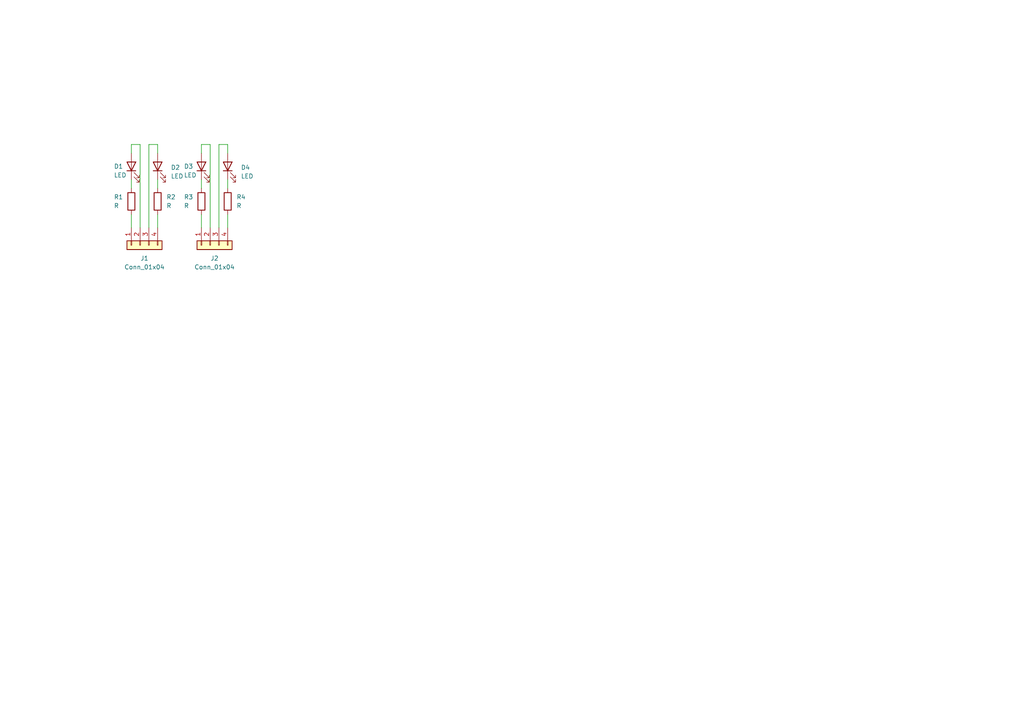
<source format=kicad_sch>
(kicad_sch (version 20230121) (generator eeschema)
  (paper "A4")
  (lib_symbols
    (symbol "Connector_Generic:Conn_01x04" (pin_names (offset 1.016) hide)
      (property "Reference" "J" (at 0 5.08 0))
      (property "Value" "Conn_01x04" (at 0 -7.62 0))
      (symbol "Conn_01x04_1_1"
        (rectangle (start -1.27 -4.953) (end 0 -5.207) (stroke (width 0.1524)))
        (rectangle (start -1.27 -2.413) (end 0 -2.667) (stroke (width 0.1524)))
        (rectangle (start -1.27 0.127) (end 0 -0.127) (stroke (width 0.1524)))
        (rectangle (start -1.27 2.667) (end 0 2.413) (stroke (width 0.1524)))
        (rectangle (start -1.27 3.81) (end 1.27 -6.35) (stroke (width 0.254)) (fill (type background)))
        (pin passive line (at -5.08 2.54 0) (length 3.81) (name "Pin_1") (number "1"))
        (pin passive line (at -5.08 0 0) (length 3.81) (name "Pin_2") (number "2"))
        (pin passive line (at -5.08 -2.54 0) (length 3.81) (name "Pin_3") (number "3"))
        (pin passive line (at -5.08 -5.08 0) (length 3.81) (name "Pin_4") (number "4"))
      )
    )
    (symbol "Device:LED" (pin_numbers hide) (pin_names (offset 1.016) hide)
      (property "Reference" "D" (at 0 2.54 0))
      (property "Value" "LED" (at 0 -2.54 0))
      (symbol "LED_0_1"
        (polyline (pts (xy -1.27 -1.27) (xy -1.27 1.27)) (stroke (width 0.254)))
        (polyline (pts (xy -1.27 0) (xy 1.27 0)))
        (polyline (pts (xy 1.27 -1.27) (xy 1.27 1.27) (xy -1.27 0) (xy 1.27 -1.27)) (stroke (width 0.254)))
        (polyline (pts (xy -3.048 -0.762) (xy -4.572 -2.286) (xy -3.81 -2.286) (xy -4.572 -2.286) (xy -4.572 -1.524)))
        (polyline (pts (xy -1.778 -0.762) (xy -3.302 -2.286) (xy -2.54 -2.286) (xy -3.302 -2.286) (xy -3.302 -1.524)))
      )
      (symbol "LED_1_1"
        (pin passive line (at -3.81 0 0) (length 2.54) (name "K") (number "1"))
        (pin passive line (at 3.81 0 180) (length 2.54) (name "A") (number "2"))
      )
    )
    (symbol "Device:R" (pin_numbers hide) (pin_names (offset 0))
      (property "Reference" "R" (at 2.032 0 90))
      (property "Value" "R" (at 0 0 90))
      (symbol "R_0_1"
        (rectangle (start -1.016 -2.54) (end 1.016 2.54) (stroke (width 0.254)))
      )
      (symbol "R_1_1"
        (pin passive line (at 0 3.81 270) (length 1.27) (name "~") (number "1"))
        (pin passive line (at 0 -3.81 90) (length 1.27) (name "~") (number "2"))
      )
    )
  )
  (wire (pts (xy 58.42 41.91) (xy 60.96 41.91)))
  (wire (pts (xy 58.42 52.07) (xy 58.42 54.61)))
  (wire (pts (xy 66.04 41.91) (xy 63.5 41.91)))
  (wire (pts (xy 43.18 41.91) (xy 43.18 66.04)))
  (wire (pts (xy 45.72 62.23) (xy 45.72 66.04)))
  (wire (pts (xy 38.1 41.91) (xy 40.64 41.91)))
  (wire (pts (xy 60.96 41.91) (xy 60.96 66.04)))
  (wire (pts (xy 63.5 41.91) (xy 63.5 66.04)))
  (wire (pts (xy 38.1 52.07) (xy 38.1 54.61)))
  (wire (pts (xy 66.04 62.23) (xy 66.04 66.04)))
  (wire (pts (xy 58.42 44.45) (xy 58.42 41.91)))
  (wire (pts (xy 45.72 44.45) (xy 45.72 41.91)))
  (wire (pts (xy 58.42 62.23) (xy 58.42 66.04)))
  (wire (pts (xy 66.04 44.45) (xy 66.04 41.91)))
  (wire (pts (xy 45.72 52.07) (xy 45.72 54.61)))
  (wire (pts (xy 66.04 52.07) (xy 66.04 54.61)))
  (wire (pts (xy 38.1 62.23) (xy 38.1 66.04)))
  (wire (pts (xy 38.1 44.45) (xy 38.1 41.91)))
  (wire (pts (xy 40.64 41.91) (xy 40.64 66.04)))
  (wire (pts (xy 45.72 41.91) (xy 43.18 41.91)))
  (symbol (lib_id "Device:R") (at 38.1 58.42 0) (unit 1)
    (property "Reference" "R1" (at 33.02 57.15 0) (effects (justify left)))
    (property "Value" "R" (at 33.02 59.69 0) (effects (justify left)))
    (property "Footprint" "Resistor_SMD:R_0805_2012Metric_Pad1.20x1.40mm_HandSolder" (effects hide))
  )
  (symbol (lib_id "Device:LED") (at 66.04 48.26 90) (unit 1)
    (property "Reference" "D4" (at 69.85 48.5775 90) (effects (justify right)))
    (property "Value" "LED" (at 69.85 51.1175 90) (effects (justify right)))
    (property "Footprint" "LED_SMD:LED_0805_2012Metric_Pad1.15x1.40mm_HandSolder" (effects hide))
  )
  (symbol (lib_id "Device:LED") (at 45.72 48.26 90) (unit 1)
    (property "Reference" "D2" (at 49.53 48.5775 90) (effects (justify right)))
    (property "Value" "LED" (at 49.53 51.1175 90) (effects (justify right)))
    (property "Footprint" "LED_SMD:LED_0805_2012Metric_Pad1.15x1.40mm_HandSolder" (effects hide))
  )
  (symbol (lib_id "Device:R") (at 66.04 58.42 0) (unit 1)
    (property "Reference" "R4" (at 68.58 57.15 0) (effects (justify left)))
    (property "Value" "R" (at 68.58 59.69 0) (effects (justify left)))
    (property "Footprint" "Resistor_SMD:R_0805_2012Metric_Pad1.20x1.40mm_HandSolder" (effects hide))
  )
  (symbol (lib_id "Device:R") (at 45.72 58.42 0) (unit 1)
    (property "Reference" "R2" (at 48.26 57.15 0) (effects (justify left)))
    (property "Value" "R" (at 48.26 59.69 0) (effects (justify left)))
    (property "Footprint" "Resistor_SMD:R_0805_2012Metric_Pad1.20x1.40mm_HandSolder" (effects hide))
  )
  (symbol (lib_id "Connector_Generic:Conn_01x04") (at 40.64 71.12 90) (mirror x) (unit 1)
    (property "Reference" "J1" (at 41.91 74.93 90))
    (property "Value" "Conn_01x04" (at 41.91 77.47 90))
    (property "Footprint" "Connector_PinHeader_2.54mm:PinHeader_1x04_P2.54mm_Vertical" (effects hide))
  )
  (symbol (lib_id "Device:R") (at 58.42 58.42 0) (unit 1)
    (property "Reference" "R3" (at 53.34 57.15 0) (effects (justify left)))
    (property "Value" "R" (at 53.34 59.69 0) (effects (justify left)))
    (property "Footprint" "Resistor_SMD:R_0805_2012Metric_Pad1.20x1.40mm_HandSolder" (effects hide))
  )
  (symbol (lib_id "Device:LED") (at 58.42 48.26 90) (unit 1)
    (property "Reference" "D3" (at 53.34 48.26 90) (effects (justify right)))
    (property "Value" "LED" (at 53.34 50.8 90) (effects (justify right)))
    (property "Footprint" "LED_SMD:LED_0805_2012Metric_Pad1.15x1.40mm_HandSolder" (effects hide))
  )
  (symbol (lib_id "Connector_Generic:Conn_01x04") (at 60.96 71.12 90) (mirror x) (unit 1)
    (property "Reference" "J2" (at 62.23 74.93 90))
    (property "Value" "Conn_01x04" (at 62.23 77.47 90))
    (property "Footprint" "Connector_PinHeader_2.54mm:PinHeader_1x04_P2.54mm_Vertical" (effects hide))
  )
  (symbol (lib_id "Device:LED") (at 38.1 48.26 90) (unit 1)
    (property "Reference" "D1" (at 33.02 48.26 90) (effects (justify right)))
    (property "Value" "LED" (at 33.02 50.8 90) (effects (justify right)))
    (property "Footprint" "LED_SMD:LED_0805_2012Metric_Pad1.15x1.40mm_HandSolder" (effects hide))
  )
)
</source>
